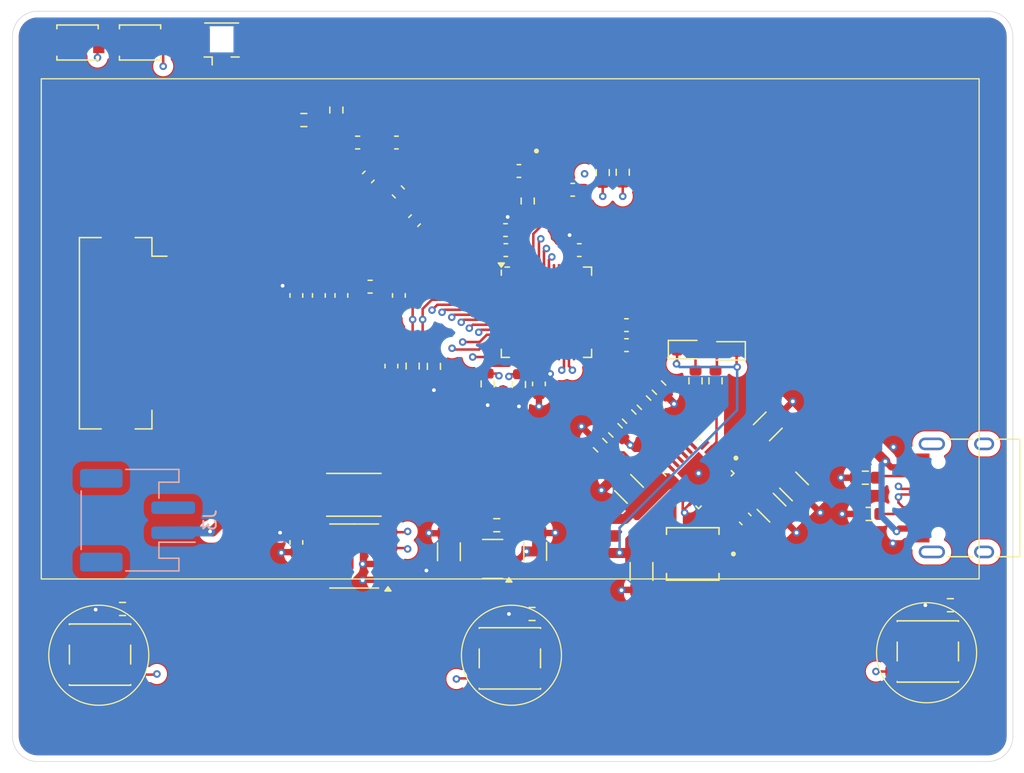
<source format=kicad_pcb>
(kicad_pcb (version 20240108) (generator "pcbnew") (generator_version "8.0")
  (layers (0 "F.Cu" signal) (1 "In1.Cu" signal) (2 "In2.Cu" signal) (31 "B.Cu" signal) (34 "B.Paste" user) (35 "F.Paste" user) (36 "B.SilkS" user "B.Silkscreen") (37 "F.SilkS" user "F.Silkscreen") (38 "B.Mask" user) (39 "F.Mask" user) (44 "Edge.Cuts" user))
  (net 0 "")
  (net 1 "GND")
  (net 2 "/WiFi/WIFI_ANTENNA_PCB")
  (net 3 "VSYS")
  (net 4 "3V3")
  (net 5 "/ESP_XTAL_IN")
  (net 6 "/ESP_XTAL_N")
  (net 7 "/ESP_VDD_3P3")
  (net 8 "VDD_SPI")
  (net 9 "ESP_LNA")
  (net 10 "/ESP_EN")
  (net 11 "/WiFi/WIFI_ANTENNA")
  (net 12 "/WiFi/WIFI_ANTENNA_F")
  (net 13 "VBAT")
  (net 14 "VBUS")
  (net 15 "Net-(C22--)")
  (net 16 "Net-(C22-+)")
  (net 17 "Net-(C24--)")
  (net 18 "Net-(C25--)")
  (net 19 "Net-(D1-Pad2)")
  (net 44 "Net-(J2-CC1)")
  (net 46 "USB_D-")
  (net 52 "Net-(J2-CC2)")
  (net 53 "USB_D+")
  (net 54 "VBAT_IN")
  (net 55 "/WiFi/WIFI_ANTENNA_EXT")
  (net 56 "Net-(U2-EN)")
  (net 57 "/ESP_XTAL_P")
  (net 58 "/ESP_IO0")
  (net 59 "/ESP_TDX0")
  (net 60 "/ESP_TX")
  (net 61 "/ESP_RDX0")
  (net 62 "/ESP_RX")
  (net 63 "Net-(U3-ICHG)")
  (net 64 "Net-(U3-ILIM)")
  (net 65 "Net-(U3-VSET)")
  (net 66 "Net-(U3-STAT)")
  (net 67 "Net-(U3-~{PG})")
  (net 69 "/ESP_IO45")
  (net 75 "/DC_POWER_FETGATE")
  (net 77 "/USBA_OUT_1_FETGATE")
  (net 84 "/USBA_OUT_2_FETGATE")
  (net 87 "DISPLAY_SCK")
  (net 89 "DISPLAY_CS")
  (net 90 "DISPLAY_RST")
  (net 92 "DISPLAY_DC")
  (net 95 "DISPLAY_SDA")
  (net 98 "DISPLAY_BLK")
  (net 105 "PMIC_USB_D-")
  (net 106 "PMIC_USB_D+")
  (net 107 "METER_SCL")
  (net 108 "METER_SDA")
  (net 109 "Net-(R14-Pad2)")
  (net 110 "Net-(R16-Pad2)")
  (net 111 "Net-(D2-Pad2)")
  (net 112 "Net-(R21-Pad2)")
  (net 113 "Net-(R22-Pad2)")
  (net 114 "Net-(R23-Pad2)")
  (net 115 "Net-(U1-GPIO7)")
  (net 116 "Net-(U1-GPIO8)")
  (net 117 "Net-(U1-GPIO9)")
  (footprint "Resistor_SMD:R_2512_6332Metric" (layer "F.Cu") (at 93.5 111.47 180)
    (property "Reference" "R3" (hide yes))
    (property "Value" "R025" (hide yes))
  )
  (footprint "Capacitor_SMD:C_0603_1608Metric" (layer "F.Cu") (at 90.7 95.525001 -90)
    (property "Reference" "C7" (hide yes))
    (property "Value" "1u" (hide yes))
  )
  (footprint "Capacitor_SMD:C_0603_1608Metric" (layer "F.Cu") (at 115.3 99.5)
    (property "Reference" "C14" (hide yes))
    (property "Value" "1u" (hide yes))
  )
  (footprint "Resistor_SMD:R_0603_1608Metric" (layer "F.Cu") (at 107.75 121)
    (property "Reference" "R23" (hide yes))
    (property "Value" "10k" (hide yes))
  )
  (footprint "Capacitor_SMD:C_1206_3216Metric" (layer "F.Cu") (at 126.6 106 45)
    (property "Reference" "C21" (hide yes))
    (property "Value" "1u" (hide yes))
  )
  (footprint "Capacitor_SMD:C_1206_3216Metric" (layer "F.Cu") (at 126.9 112.5 135)
    (property "Reference" "C24" (hide yes))
    (property "Value" "4u7" (hide yes))
  )
  (footprint "Capacitor_SMD:C_0603_1608Metric" (layer "F.Cu") (at 96.5 101.175 -90)
    (property "Reference" "C17" (hide yes))
    (property "Value" "10u" (hide yes))
  )
  (footprint "Package_TO_SOT_SMD:SOT-23-5" (layer "F.Cu") (at 104.6 116.6 180)
    (property "Reference" "U2" (hide yes))
    (property "Value" "AP2112K-3.3" (hide yes))
  )
  (footprint "Resistor_SMD:R_0603_1608Metric" (layer "F.Cu") (at 113.4 85.7 -90)
    (property "Reference" "R10" (hide yes))
    (property "Value" "0R" (hide yes))
  )
  (footprint "LED_SMD:LED_0603_1608Metric" (layer "F.Cu") (at 120.132471 99.858525)
    (property "Reference" "D1" (hide yes))
    (property "Value" "LED" (hide yes))
  )
  (footprint "Inductor_SMD:L_0603_1608Metric" (layer "F.Cu") (at 93.8 83.3)
    (property "Reference" "L4" (hide yes))
    (property "Value" "L" (hide yes))
  )
  (footprint "Resistor_SMD:R_0603_1608Metric" (layer "F.Cu") (at 134.4 110.1 180)
    (property "Reference" "R1" (hide yes))
    (property "Value" "5k1" (hide yes))
  )
  (footprint "Package_SO:SOIC-8_3.9x4.9mm_P1.27mm" (layer "F.Cu") (at 93.525 116.365 180)
    (property "Reference" "U4" (hide yes))
    (property "Value" "INA219AxD" (hide yes))
  )
  (footprint "Capacitor_SMD:C_1206_3216Metric" (layer "F.Cu") (at 116.5 117.6 90)
    (property "Reference" "C23" (hide yes))
    (property "Value" "20u" (hide yes))
  )
  (footprint "Capacitor_SMD:C_0603_1608Metric" (layer "F.Cu") (at 96.9 83.3)
    (property "Reference" "C19" (hide yes))
    (property "Value" "LNA" (hide yes))
  )
  (footprint "Button_Switch_SMD:SW_SPST_PTS647_Sx50" (layer "F.Cu") (at 73.2 124.25)
    (property "Reference" "SW4" (hide yes))
    (property "Value" "Boot")
  )
  (footprint "Library:ESPRESSIF_ESP32_MIFA_2.4GHz_Right" (layer "F.Cu") (at 92.25 78.625)
    (property "Reference" "AE1" (hide yes))
    (property "Value" "PCB antenna" (hide yes))
  )
  (footprint "Resistor_SMD:R_0603_1608Metric" (layer "F.Cu") (at 120.819972 102.358525 90)
    (property "Reference" "R20" (hide yes))
    (property "Value" "2k2" (hide yes))
  )
  (footprint "Capacitor_SMD:C_0603_1608Metric" (layer "F.Cu") (at 94.651992 86.048008 -135)
    (property "Reference" "C18" (hide yes))
    (property "Value" "LNA" (hide yes))
  )
  (footprint "Resistor_SMD:R_0603_1608Metric" (layer "F.Cu") (at 115 85.675 -90)
    (property "Reference" "R9" (hide yes))
    (property "Value" "0R" (hide yes))
  )
  (footprint "Resistor_SMD:R_0603_1608Metric" (layer "F.Cu") (at 141.2 120.3)
    (property "Reference" "R22" (hide yes))
    (property "Value" "10k" (hide yes))
  )
  (footprint "Resistor_SMD:R_0603_1608Metric" (layer "F.Cu") (at 98.2 101.175 -90)
    (property "Reference" "R11" (hide yes))
    (property "Value" "10k" (hide yes))
  )
  (footprint "Button_Switch_SMD:SW_SPST_B3U-1000P" (layer "F.Cu") (at 71.400003 75.3)
    (property "Reference" "SW1" (hide yes))
    (property "Value" "Boot" (hide yes))
  )
  (footprint "Capacitor_SMD:C_0603_1608Metric" (layer "F.Cu") (at 111.525 91.9)
    (property "Reference" "C15" (hide yes))
    (property "Value" "100n" (hide yes))
  )
  (footprint "Capacitor_SMD:C_0603_1608Metric" (layer "F.Cu") (at 111 87.075)
    (property "Reference" "C6" (hide yes))
    (property "Value" "10p" (hide yes))
  )
  (footprint "Connector_Coaxial:U.FL_Hirose_U.FL-R-SMT-1_Vertical" (layer "F.Cu") (at 82.925 75.575 90)
    (property "Reference" "J4" (hide yes))
    (property "Value" "External antenna" (hide yes))
  )
  (footprint "Inductor_SMD:L_0603_1608Metric" (layer "F.Cu") (at 97.051992 87.248009 135)
    (property "Reference" "L3" (hide yes))
    (property "Value" "L" (hide yes))
  )
  (footprint "Resistor_SMD:R_0603_1608Metric" (layer "F.Cu") (at 107.4 87.975 90)
    (property "Reference" "R5" (hide yes))
    (property "Value" "60" (hide yes))
  )
  (footprint "Capacitor_SMD:C_0603_1608Metric" (layer "F.Cu") (at 105.65 91.9 180)
    (property "Reference" "C9" (hide yes))
    (property "Value" "1u" (hide yes))
  )
  (footprint "Resistor_SMD:R_0603_1608Metric" (layer "F.Cu") (at 92.1 80.7 90)
    (property "Reference" "R13" (hide yes))
    (property "Value" "0R" (hide yes))
  )
  (footprint "Resistor_SMD:R_0603_1608Metric" (layer "F.Cu") (at 134.7 113 180)
    (property "Reference" "R2" (hide yes))
    (property "Value" "5k1" (hide yes))
  )
  (footprint "Resistor_SMD:R_0603_1608Metric" (layer "F.Cu") (at 106.7 102.65 90)
    (property "Reference" "R8" (hide yes))
    (property "Value" "2k7" (hide yes))
  )
  (footprint "Capacitor_SMD:C_1206_3216Metric" (layer "F.Cu") (at 108 116 90)
    (property "Reference" "C1" (hide yes))
    (property "Value" "10u" (hide yes))
  )
  (footprint "Capacitor_SMD:C_0603_1608Metric" (layer "F.Cu") (at 124.8 113.4 -45)
    (property "Reference" "C22" (hide yes))
    (property "Value" "47n" (hide yes))
  )
  (footprint "Capacitor_SMD:C_0603_1608Metric" (layer "F.Cu") (at 98.351992 89.548008 -135)
    (property "Reference" "C16" (hide yes))
    (property "Value" "LNA" (hide yes))
  )
  (footprint "Resistor_SMD:R_0603_1608Metric" (layer "F.Cu") (at 114.416637 106.316637 -45)
    (property "Reference" "R15" (hide yes))
    (property "Value" "27R" (hide yes))
  )
  (footprint "Resistor_SMD:R_0603_1608Metric" (layer "F.Cu") (at 116.697919 104.102082 135)
    (property "Reference" "R16" (hide yes))
    (property "Value" "1k" (hide yes))
  )
  (footprint "Button_Switch_SMD:SW_SPST_B3U-1000P" (layer "F.Cu") (at 76.4 75.3 180)
    (property "Reference" "SW2" (hide yes))
    (property "Value" "Reset" (hide yes))
  )
  (footprint "Resistor_SMD:R_0603_1608Metric" (layer "F.Cu") (at 89.5 81.5 180)
    (property "Reference" "R12" (hide yes))
    (property "Value" "0R" (hide yes))
  )
  (footprint "Resistor_SMD:R_0603_1608Metric" (layer "F.Cu") (at 117.9 102.9 -45)
    (property "Reference" "R17" (hide yes))
    (property "Value" "100R" (hide yes))
  )
  (footprint "Resistor_SMD:R_0603_1608Metric" (layer "F.Cu") (at 75 120.6)
    (property "Reference" "R21" (hide yes))
    (property "Value" "10k" (hide yes))
  )
  (footprint "Resistor_SMD:R_0603_1608Metric" (layer "F.Cu") (at 99.9 101.2 -90)
    (property "Reference" "R6" (hide yes))
    (property "Value" "10k" (hide yes))
  )
  (footprint "Capacitor_SMD:C_0603_1608Metric" (layer "F.Cu") (at 92.499999 95.525 -90)
    (property "Reference" "C5" (hide yes))
    (property "Value" "10u" (hide yes))
  )
  (footprint "Resistor_SMD:R_0603_1608Metric" (layer "F.Cu") (at 122.419972 102.358525 -90)
    (property "Reference" "R19" (hide yes))
    (property "Value" "2k2" (hide yes))
  )
  (footprint "Package_DFN_QFN:QFN-56-1EP_7x7mm_P0.4mm_EP4x4mm" (layer "F.Cu") (at 108.9 96.87)
    (property "Reference" "U1" (hide yes))
    (property "Value" "ESP32-S3" (hide yes))
  )
  (footprint "Capacitor_SMD:C_1206_3216Metric" (layer "F.Cu") (at 101.1 116.024999 90)
    (property "Reference" "C2" (hide yes))
    (property "Value" "10u" (hide yes))
  )
  (footprint "Capacitor_SMD:C_0603_1608Metric" (layer "F.Cu") (at 106.7 85.575 180)
    (property "Reference" "C4" (hide yes))
    (property "Value" "10p" (hide yes))
  )
  (footprint "Capacitor_SMD:C_1206_3216Metric" (layer "F.Cu") (at 115.5 111 135)
    (property "Reference" "C20" (hide yes))
    (property "Value" "10u" (hide yes))
  )
  (footprint "Capacitor_SMD:C_0603_1608Metric" (layer "F.Cu") (at 88.9 115.275 -90)
    (property "Reference" "C3" (hide yes))
    (property "Value" "100n" (hide yes))
  )
  (footprint "Resistor_SMD:R_0603_1608Metric" (layer "F.Cu") (at 104.925 113.9)
    (property "Reference" "R4" (hide yes))
    (property "Value" "0R" (hide yes))
  )
  (footprint "Connector_USB:USB_C_Receptacle_HRO_TYPE-C-31-M-12" (layer "F.Cu") (at 142.85 111.72 90)
    (property "Reference" "J2" (hide yes))
    (property "Value" "USB_C_Receptacle_USB2.0_16P" (hide yes))
  )
  (footprint "Capacitor_SMD:C_0603_1608Metric" (layer "F.Cu") (at 88.9 95.525 -90)
    (property "Reference" "C8" (hide yes))
    (property "Value" "100n" (hide yes))
  )
  (footprint "Inductor_SMD:L_0603_1608Metric" (layer "F.Cu") (at 94.8 94.825)
    (property "Reference" "L2" (hide yes))
    (property "Value" "2n" (hide yes))
  )
  (footprint "Library:OSC_XRCGB40M000F4M00R0" (layer "F.Cu") (at 109.45 84.974999)
    (property "Reference" "Y1" (hide yes))
    (property "Value" "Crystal_GND24" (hide yes))
  )
  (footprint "Capacitor_SMD:C_0603_1608Metric" (layer "F.Cu") (at 105.625 90.3 180)
    (property "Reference" "C11" (hide yes))
    (property "Value" "10u" (hide yes))
  )
  (footprint "Resistor_SMD:R_0603_1608Metric" (layer "F.Cu") (at 115.516637 105.216637 135)
    (property "Reference" "R14" (hide yes))
    (property "Value" "220R" (hide yes))
  )
  (footprint "Capacitor_SMD:C_0603_1608Metric" (layer "F.Cu") (at 108.3 102.6 -90)
    (property "Reference" "C12" (hide yes))
    (property "Value" "100n" (hide yes))
  )
  (footprint "Button_Switch_SMD:SW_SPST_PTS647_Sx50" (layer "F.Cu") (at 139.4 124)
    (property "Reference" "SW5" (hide yes))
    (property "Value" "Boot")
  )
  (footprint "Resistor_SMD:R_0603_1608Metric" (layer "F.Cu") (at 104.2 102.6 -90)
    (property "Reference" "R7" (hide yes))
    (property "Value" "2k7" (hide yes))
  )
  (footprint "Resistor_SMD:R_0603_1608Metric" (layer "F.Cu") (at 113.2 107.5 135)
    (property "Reference" "R18" (hide yes))
    (property "Value" "100k" (hide yes))
  )
  (footprint "LED_SMD:LED_0603_1608Metric" (layer "F.Cu") (at 123.319972 99.958525 180)
    (property "Reference" "D2" (hide yes))
    (property "Value" "LED" (hide yes))
  )
  (footprint "Capacitor_SMD:C_1206_3216Metric" (layer "F.Cu") (at 128.7 110.8 135)
    (property "Reference" "C25" (hide yes))
    (property "Value" "10u" (hide yes))
  )
  (footprint "Library:QFN50P400X400X100-25N" (layer "F.Cu") (at 121.065 109.75 -135)
    (property "Reference" "U3" (hide yes))
    (property "Value" "BQ25606RGER" (hide yes))
  )
  (footprint "Capacitor_SMD:C_0603_1608Metric" (layer "F.Cu") (at 97.1 95.525 -90)
    (property "Reference" "C10" (hide yes))
    (property "Value" "100n" (hide yes))
  )
  (footprint "Button_Switch_SMD:SW_SPST_PTS647_Sx50" (layer "F.Cu") (at 105.975 124.55)
    (property "Reference" "SW3" (hide yes))
    (property "Value" "Boot")
  )
  (footprint "Capacitor_SMD:C_0603_1608Metric" (layer "F.Cu") (at 115.3 97.9)
    (property "Reference" "C13" (hide yes))
    (property "Value" "100n" (hide yes))
  )
  (footprint "Library:IND_CSAB0420-2R2M" (layer "F.Cu") (at 120.6 116.2 180)
    (property "Reference" "L1" (hide yes))
    (property "Value" "1u" (hide yes))
  )
  (footprint "Connector_FFC-FPC:Hirose_FH12-24S-0.5SH_1x24-1MP_P0.50mm_Horizontal" (layer "F.Cu") (at 76.05 98.55 -90)
    (property "Reference" "J1" (hide yes))
    (property "Value" "ePaper Display" (hide yes))
  )
  (footprint "Connector_JST:JST_PH_S2B-PH-SM4-TB_1x02-1MP_P2.00mm_Horizontal" (layer "B.Cu") (at 76.2 113.5 90)
    (property "Reference" "J3")
    (property "Value" "Battery")
  )
  (gr_circle (center 139.3 124.1) (end 143.3 124.1) (stroke (width 0.1)) (fill none) (layer "F.SilkS"))
  (gr_circle (center 73.1 124.3) (end 77.1 124.3) (stroke (width 0.1)) (fill none) (layer "F.SilkS"))
  (gr_circle (center 106.1 124.3) (end 110.1 124.3) (stroke (width 0.1)) (fill none) (layer "F.SilkS"))
  (gr_rect (start 68.5 78.2) (end 143.5 118.2) (stroke (width 0.1)) (fill none) (layer "F.SilkS"))
  (gr_line (start 146.2 74.8) (end 146.2 130.8) (stroke (width 0.05)) (layer "Edge.Cuts"))
  (gr_arc (start 146.2 130.8) (mid 145.614214 132.214214) (end 144.2 132.8) (stroke (width 0.05)) (layer "Edge.Cuts"))
  (gr_line (start 66.2 130.8) (end 66.2 74.8) (stroke (width 0.05)) (layer "Edge.Cuts"))
  (gr_line (start 68.2 72.8) (end 144.2 72.8) (stroke (width 0.05)) (layer "Edge.Cuts"))
  (gr_arc (start 144.2 72.8) (mid 145.614214 73.385786) (end 146.2 74.8) (stroke (width 0.05)) (layer "Edge.Cuts"))
  (gr_arc (start 66.2 74.8) (mid 66.785786 73.385786) (end 68.2 72.8) (stroke (width 0.05)) (layer "Edge.Cuts"))
  (gr_line (start 144.2 132.8) (end 68.2 132.8) (stroke (width 0.05)) (layer "Edge.Cuts"))
  (gr_arc (start 68.2 132.8) (mid 66.785786 132.214214) (end 66.2 130.8) (stroke (width 0.05)) (layer "Edge.Cuts"))
  (segment (start 137.69 115.35) (end 136.6 115.35) (width 0.5) (layer "F.Cu") (net 1))
  (segment (start 120.547865 112.002135) (end 119.95 112.6) (width 0.2) (layer "F.Cu") (net 1))
  (segment (start 108 114.524999) (end 109.575001 114.524999) (width 0.5) (layer "F.Cu") (net 1))
  (segment (start 114.442983 109.957017) (end 113.3 111.1) (width 0.8) (layer "F.Cu") (net 1))
  (segment (start 109.575001 114.524999) (end 109.6 114.5) (width 0.5) (layer "F.Cu") (net 1))
  (segment (start 118.483363 103.583363) (end 119.1 104.2) (width 0.5) (layer "F.Cu") (net 1))
  (segment (start 96 118.27) (end 94.23 118.27) (width 0.5) (layer "F.Cu") (net 1))
  (segment (start 114.924999 119.075001) (end 114.9 119.1) (width 0.5) (layer "F.Cu") (net 1))
  (segment (start 101.1 114.549998) (end 99.524999 114.549998) (width 0.5) (layer "F.Cu") (net 1))
  (segment (start 94.23 118.27) (end 94.2 118.3) (width 0.5) (layer "F.Cu") (net 1))
  (segment (start 127.942983 113.542983) (end 128.9 114.5) (width 0.5) (layer "F.Cu") (net 1))
  (segment (start 118.483363 103.483363) (end 118.483363 103.583363) (width 0.5) (layer "F.Cu") (net 1))
  (segment (start 105.7375 116.6) (end 106.7 116.6) (width 0.5) (layer "F.Cu") (net 1))
  (segment (start 133.575 110.1) (end 132.45 110.1) (width 0.5) (layer "F.Cu") (net 1))
  (segment (start 137.47 108.47) (end 136.65 107.65) (width 0.5) (layer "F.Cu") (net 1))
  (segment (start 127.642983 104.957017) (end 128.6 104) (width 0.5) (layer "F.Cu") (net 1))
  (segment (start 108.3 103.375) (end 108.3 104.4) (width 0.2) (layer "F.Cu") (net 1))
  (segment (start 138.07 114.97) (end 137.69 115.35) (width 0.5) (layer "F.Cu") (net 1))
  (segment (start 120.580632 112.002135) (end 120.547865 112.002135) (width 0.2) (layer "F.Cu") (net 1))
  (segment (start 116.5 119.075001) (end 114.924999 119.075001) (width 0.5) (layer "F.Cu") (net 1))
  (segment (start 114.457017 109.957017) (end 114.442983 109.957017) (width 0.8) (layer "F.Cu") (net 1))
  (segment (start 96 117) (end 94.2 117) (width 0.5) (layer "F.Cu") (net 1))
  (segment (start 120.201418 111.648582) (end 119.8 112.05) (width 0.2) (layer "F.Cu") (net 1))
  (segment (start 106.7 116.6) (end 107.3 116) (width 0.5) (layer "F.Cu") (net 1))
  (segment (start 119.8 112.75) (end 119.95 112.9) (width 0.2) (layer "F.Cu") (net 1))
  (segment (start 119.8 112.05) (end 119.8 112.75) (width 0.2) (layer "F.Cu") (net 1))
  (segment (start 119.95 112.6) (end 119.95 112.9) (width 0.2) (layer "F.Cu") (net 1))
  (segment (start 88.9 116.05) (end 87.75 116.05) (width 0.5) (layer "F.Cu") (net 1))
  (segment (start 112.616637 106.916637) (end 111.7 106) (width 0.5) (layer "F.Cu") (net 1))
  (segment (start 99.524999 114.549998) (end 99.5 114.524999) (width 0.5) (layer "F.Cu") (net 1))
  (segment (start 87.75 116.05) (end 87.7 116.1) (width 0.5) (layer "F.Cu") (net 1))
  (segment (start 138.805 108.47) (end 137.47 108.47) (width 0.5) (layer "F.Cu") (net 1))
  (segment (start 129.742983 111.842983) (end 130.8 112.9) (width 0.5) (layer "F.Cu") (net 1))
  (segment (start 120.227078 111.648582) (end 120.201418 111.648582) (width 0.2) (layer "F.Cu") (net 1))
  (segment (start 138.805 114.97) (end 138.07 114.97) (width 0.5) (layer "F.Cu") (net 1))
  (segment (start 133.875 113) (end 132.55 113) (width 0.5) (layer "F.Cu") (net 1))
  (segment (start 115 106.9) (end 115.6 107.5) (width 0.5) (layer "F.Cu") (net 1))
  (via (at 132.55 113) (size 0.6) (drill 0.3) (layers "F.Cu" "B.Cu") (net 1))
  (via (at 108.3 104.4) (size 0.6) (drill 0.3) (layers "F.Cu" "B.Cu") (net 1))
  (via (at 109.6 114.5) (size 0.6) (drill 0.3) (layers "F.Cu" "B.Cu") (net 1))
  (via (at 99.5 114.524999) (size 0.6) (drill 0.3) (layers "F.Cu" "B.Cu") (net 1))
  (via (at 94.2 117) (size 0.6) (drill 0.3) (layers "F.Cu" "B.Cu") (net 1))
  (via (at 121.065 109.75) (size 0.6) (drill 0.3) (layers "F.Cu" "B.Cu") (net 1))
  (via (at 136.6 115.35) (size 0.6) (drill 0.3) (layers "F.Cu" "B.Cu") (net 1))
  (via (at 111.7 106) (size 0.6) (drill 0.3) (layers "F.Cu" "B.Cu") (net 1))
  (via (at 130.8 112.9) (size 0.6) (drill 0.3) (layers "F.Cu" "B.Cu") (net 1))
  (via (at 128.6 104) (size 0.6) (drill 0.3) (layers "F.Cu" "B.Cu") (net 1))
  (via (at 113.3 111.1) (size 0.6) (drill 0.3) (layers "F.Cu" "B.Cu") (net 1))
  (via (at 94.2 118.3) (size 0.6) (drill 0.3) (layers "F.Cu" "B.Cu") (net 1))
  (via (at 136.65 107.65) (size 0.6) (drill 0.3) (layers "F.Cu" "B.Cu") (net 1))
  (via (at 119.95 112.9) (size 0.6) (drill 0.3) (layers "F.Cu" "B.Cu") (net 1))
  (via (at 128.9 114.5) (size 0.6) (drill 0.3) (layers "F.Cu" "B.Cu") (net 1))
  (via (at 119.1 104.2) (size 0.6) (drill 0.3) (layers "F.Cu" "B.Cu") (net 1))
  (via (at 107.3 116) (size 0.6) (drill 0.3) (layers "F.Cu" "B.Cu") (net 1))
  (via (at 114.9 119.1) (size 0.6) (drill 0.3) (layers "F.Cu" "B.Cu") (net 1))
  (via (at 115.6 107.5) (size 0.6) (drill 0.3) (layers "F.Cu" "B.Cu") (net 1))
  (via (at 87.7 116.1) (size 0.6) (drill 0.3) (layers "F.Cu" "B.Cu") (net 1))
  (via (at 132.45 110.1) (size 0.6) (drill 0.3) (layers "F.Cu" "B.Cu") (net 1))
  (segment (start 108 117.475001) (end 112.324999 117.475001) (width 0.8) (layer "F.Cu") (net 3))
  (segment (start 104.6 114.4) (end 104.6 117.3) (width 0.2) (layer "F.Cu") (net 3))
  (segment (start 104.849999 117.549999) (end 105.7375 117.549999) (width 0.2) (layer "F.Cu") (net 3))
  (segment (start 113.675001 116.124999) (end 116.5 116.124999) (width 0.8) (layer "F.Cu") (net 3))
  (segment (start 105.7375 117.549999) (end 107.925002 117.549999) (width 0.5) (layer "F.Cu") (net 3))
  (segment (start 104.1 113.9) (end 104.6 114.4) (width 0.2) (layer "F.Cu") (net 3))
  (segment (start 107.925002 117.549999) (end 108 117.475001) (width 0.5) (layer "F.Cu") (net 3))
  (segment (start 124.107473 99.958525) (end 124.107473 101.207473) (width 0.2) (layer "F.Cu") (net 3))
  (segment (start 112.324999 117.475001) (end 113.675001 116.124999) (width 0.8) (layer "F.Cu") (net 3))
  (segment (start 119.34497 99.858525) (end 119.34497 100.95503) (width 0.2) (layer "F.Cu") (net 3))
  (segment (start 119.34497 100.95503) (end 119.3 101) (width 0.2) (layer "F.Cu") (net 3))
  (segment (start 124.107473 101.207473) (end 124.15 101.25) (width 0.2) (layer "F.Cu") (net 3))
  (segment (start 104.6 117.3) (end 104.849999 117.549999) (width 0.2) (layer "F.Cu") (net 3))
  (via (at 124.15 101.25) (size 0.6) (drill 0.3) (layers "F.Cu" "B.Cu") (net 3))
  (via (at 119.3 101) (size 0.6) (drill 0.3) (layers "F.Cu" "B.Cu") (net 3))
  (via (at 114.75 116.1) (size 0.6) (drill 0.3) (layers "F.Cu" "B.Cu") (net 3))
  (segment (start 124.15 101.25) (end 124.15 104.7) (width 0.2) (layer "B.Cu") (net 3))
  (segment (start 124.15 104.7) (end 114.75 114.1) (width 0.2) (layer "B.Cu") (net 3))
  (segment (start 124.15 101.25) (end 119.55 101.25) (width 0.2) (layer "B.Cu") (net 3))
  (segment (start 119.55 101.25) (end 119.3 101) (width 0.2) (layer "B.Cu") (net 3))
  (segment (start 114.75 114.1) (end 114.75 116.1) (width 0.2) (layer "B.Cu") (net 3))
  (segment (start 106.4 89.85) (end 105.8 89.25) (width 0.5) (layer "F.Cu") (net 4))
  (segment (start 99.875 102) (end 99.9 102.025) (width 0.5) (layer "F.Cu") (net 4))
  (segment (start 103.4625 117.549999) (end 101.149999 117.549999) (width 0.5) (layer "F.Cu") (net 4))
  (segment (start 106.4 91.875) (end 106.425 91.9) (width 0.5) (layer "F.Cu") (net 4))
  (segment (start 72.9 120.6) (end 72.85 120.65) (width 0.2) (layer "F.Cu") (net 4))
  (segment (start 106.7 103.425) (end 106.7 104.4) (width 0.2) (layer "F.Cu") (net 4))
  (segment (start 110.75 92.45) (end 110.75 91.9) (width 0.2) (layer "F.Cu") (net 4))
  (segment (start 90.699999 94.75) (end 90.7 94.750001) (width 0.5) (layer "F.Cu") (net 4))
  (segment (start 93.9375 94.750001) (end 94.012499 94.825) (width 0.5) (layer "F.Cu") (net 4))
  (segment (start 99.324999 117.5) (end 99.3 117.524999) (width 0.5) (layer "F.Cu") (net 4))
  (segment (start 101.149999 117.549999) (end 101.1 117.5) (width 0.5) (layer "F.Cu") (net 4))
  (segment (start 140.375 120.3) (end 139.2 120.3) (width 0.2) (layer "F.Cu") (net 4))
  (segment (start 99.9 102.025) (end 99.9 103.1) (width 0.2) (layer "F.Cu") (net 4))
  (segment (start 110.3 93.42) (end 110.3 92.9) (width 0.2) (layer "F.Cu") (net 4))
  (segment (start 108.3 101.825) (end 108.3 100.319999) (width 0.2) (layer "F.Cu") (net 4))
  (segment (start 106.925 121) (end 105.9 121) (width 0.2) (layer "F.Cu") (net 4))
  (segment (start 90.7 94.750001) (end 93.9375 94.750001) (width 0.5) (layer "F.Cu") (net 4))
  (segment (start 88.9 94.75) (end 87.8 94.75) (width 0.5) (layer "F.Cu") (net 4))
  (segment (start 104.2 103.425) (end 104.2 104.3) (width 0.2) (layer "F.Cu") (net 4))
  (segment (start 109.175 101.825) (end 109.2 101.8) (width 0.2) (layer "F.Cu") (net 4))
  (segment (start 88.9 94.75) (end 90.699999 94.75) (width 0.5) (layer "F.Cu") (net 4))
  (segment (start 108.3 101.825) (end 109.175 101.825) (width 0.2) (layer "F.Cu") (net 4))
  (segment (start 110.3 92.9) (end 110.75 92.45) (width 0.2) (layer "F.Cu") (net 4))
  (segment (start 88.9 114.5) (end 87.6 114.5) (width 0.5) (layer "F.Cu") (net 4))
  (segment (start 91.05 114.46) (end 88.94 114.46) (width 0.5) (layer "F.Cu") (net 4))
  (segment (start 74.175 120.6) (end 72.9 120.6) (width 0.2) (layer "F.Cu") (net 4))
  (segment (start 110.75 91.9) (end 110.75 90.7) (width 0.5) (layer "F.Cu") (net 4))
  (segment (start 101.1 117.5) (end 99.324999 117.5) (width 0.5) (layer "F.Cu") (net 4))
  (segment (start 106.3 92.025) (end 106.425 91.9) (width 0.2) (layer "F.Cu") (net 4))
  (segment (start 98.2 102) (end 99.875 102) (width 0.5) (layer "F.Cu") (net 4))
  (segment (start 88.94 114.46) (end 88.9 114.5) (width 0.5) (layer "F.Cu") (net 4))
  (segment (start 106.4 90.3) (end 106.4 91.875) (width 0.5) (layer "F.Cu") (net 4))
  (segment (start 106.3 93.42) (end 106.3 92.025) (width 0.2) (layer "F.Cu") (net 4))
  (segment (start 106.4 90.3) (end 106.4 89.85) (width 0.5) (layer "F.Cu") (net 4))
  (via (at 106.7 104.4) (size 0.6) (drill 0.3) (layers "F.Cu" "B.Cu") (net 4))
  (via (at 99.9 103.1) (size 0.6) (drill 0.3) (layers "F.Cu" "B.Cu") (net 4))
  (via (at 87.8 94.75) (size 0.6) (drill 0.3) (layers "F.Cu" "B.Cu") (net 4))
  (via (at 105.9 121) (size 0.6) (drill 0.3) (layers "F.Cu" "B.Cu") (net 4))
  (via (at 139.2 120.3) (size 0.6) (drill 0.3) (layers "F.Cu" "B.Cu") (net 4))
  (via (at 104.2 104.3) (size 0.6) (drill 0.3) (layers "F.Cu" "B.Cu") (net 4))
  (via (at 109.2 101.8) (size 0.6) (drill 0.3) (layers "F.Cu" "B.Cu") (net 4))
  (via (at 110.75 90.7) (size 0.6) (drill 0.3) (layers "F.Cu" "B.Cu") (net 4))
  (via (at 87.6 114.5) (size 0.6) (drill 0.3) (layers "F.Cu" "B.Cu") (net 4))
  (via (at 72.85 120.65) (size 0.6) (drill 0.3) (layers "F.Cu" "B.Cu") (net 4))
  (via (at 105.8 89.25) (size 0.6) (drill 0.3) (layers "F.Cu" "B.Cu") (net 4))
  (via (at 99.3 117.524999) (size 0.6) (drill 0.3) (layers "F.Cu" "B.Cu") (net 4))
  (segment (start 108.950001 84.299999) (end 107.900001 84.299999) (width 0.2) (layer "F.Cu") (net 5))
  (segment (start 107.475 84.725) (end 107.475 85.575) (width 0.2) (layer "F.Cu") (net 5))
  (segment (start 107.900001 84.299999) (end 107.475 84.725) (width 0.2) (layer "F.Cu") (net 5))
  (segment (start 107.475 87.075) (end 107.4 87.15) (width 0.2) (layer "F.Cu") (net 5))
  (segment (start 107.475 85.575) (end 107.475 87.075) (width 0.2) (layer "F.Cu") (net 5))
  (segment (start 110.225 88.225) (end 110.225 87.075) (width 0.2) (layer "F.Cu") (net 6))
  (segment (start 107.85 90.6) (end 110.225 88.225) (width 0.2) (layer "F.Cu") (net 6))
  (segment (start 107.85 92.415686) (end 107.85 90.6) (width 0.2) (layer "F.Cu") (net 6))
  (segment (start 107.5 93.42) (end 107.5 92.765686) (width 0.2) (layer "F.Cu") (net 6))
  (segment (start 107.5 92.765686) (end 107.85 92.415686) (width 0.2) (layer "F.Cu") (net 6))
  (segment (start 110.225 87.075) (end 110.225 86.325) (width 0.2) (layer "F.Cu") (net 6))
  (segment (start 110.225 86.325) (end 109.949999 86.049999) (width 0.2) (layer "F.Cu") (net 6))
  (segment (start 109.949999 86.049999) (end 109.949999 85.649999) (width 0.2) (layer "F.Cu") (net 6))
  (segment (start 105.450001 94.67) (end 104.23 94.67) (width 0.2) (layer "F.Cu") (net 7))
  (segment (start 95.662501 94.75) (end 95.587501 94.825) (width 0.5) (layer "F.Cu") (net 7))
  (segment (start 105.45 95.07) (end 104.57 95.07) (width 0.2) (layer "F.Cu") (net 7))
  (segment (start 102.75 94.7) (end 97.15 94.7) (width 0.5) (layer "F.Cu") (net 7))
  (segment (start 97.15 94.7) (end 97.1 94.75) (width 0.5) (layer "F.Cu") (net 7))
  (segment (start 104.57 95.07) (end 104.2 94.7) (width 0.2) (layer "F.Cu") (net 7))
  (segment (start 104.2 94.7) (end 102.75 94.7) (width 0.35) (layer "F.Cu") (net 7))
  (segment (start 104.23 94.67) (end 104.2 94.7) (width 0.2) (layer "F.Cu") (net 7))
  (segment (start 97.1 94.75) (end 95.662501 94.75) (width 0.5) (layer "F.Cu") (net 7))
  (segment (start 114.525 97.9) (end 114.525 99.5) (width 0.2) (layer "F.Cu") (net 8))
  (segment (start 114.525 99.5) (end 112.38 99.5) (width 0.2) (layer "F.Cu") (net 8))
  (segment (start 112.38 99.5) (end 112.35 99.47) (width 0.2) (layer "F.Cu") (net 8))
  (segment (start 104 94.1) (end 104.125 94.225) (width 0.2) (layer "F.Cu") (net 9))
  (segment (start 103.25 93.35) (end 98.9 89) (width 0.5) (layer "F.Cu") (net 9))
  (segment (start 98.9 89) (end 98.803983 89) (width 0.5) (layer "F.Cu") (net 9))
  (segment (start 104 94.1) (end 103.25 93.35) (width 0.35) (layer "F.Cu") (net 9))
  (segment (start 104.125 94.225) (end 105.405 94.225) (width 0.2) (layer "F.Cu") (net 9))
  (segment (start 105.405 94.225) (end 105.45 94.27) (width 0.2) (layer "F.Cu") (net 9))
  (segment (start 98.803983 89) (end 97.608839 87.804856) (width 0.5) (layer "F.Cu") (net 9))
  (segment (start 78.25 75.449999) (end 78.100001 75.3) (width 0.2) (layer "F.Cu") (net 10))
  (segment (start 99.23 95.47) (end 98.2 96.5) (width 0.2) (layer "F.Cu") (net 10))
  (segment (start 78.25 77.2) (end 78.25 75.449999) (width 0.2) (layer "F.Cu") (net 10))
  (segment (start 105.45 95.47) (end 99.23 95.47) (width 0.2) (layer "F.Cu") (net 10))
  (segment (start 98.2 100.35) (end 96.55 100.35) (width 0.2) (layer "F.Cu") (net 10))
  (segment (start 98.2 96.5) (end 98.2 100.35) (width 0.2) (layer "F.Cu") (net 10))
  (segment (start 96.55 100.35) (end 96.5 100.4) (width 0.2) (layer "F.Cu") (net 10))
  (via (at 98.2 97.45) (size 0.6) (drill 0.3) (layers "F.Cu" "B.Cu") (net 10))
  (via (at 78.25 77.2) (size 0.6) (drill 0.3) (layers "F.Cu" "B.Cu") (net 10))
  (segment (start 90.35 81.525) (end 90.325 81.5) (width 0.5) (layer "F.Cu") (net 11))
  (segment (start 92.1 81.525) (end 90.35 81.525) (width 0.5) (layer "F.Cu") (net 11))
  (segment (start 95.2 85.5) (end 95.2 85.487501) (width 0.5) (layer "F.Cu") (net 11))
  (segment (start 95.2 85.487501) (end 93.012499 83.3) (width 0.5) (layer "F.Cu") (net 11))
  (segment (start 96.391162 86.691162) (end 95.2 85.5) (width 0.5) (layer "F.Cu") (net 11))
  (segment (start 92.1 82.387501) (end 92.1 81.525) (width 0.5) (layer "F.Cu") (net 11))
  (segment (start 93.012499 83.3) (end 92.1 82.387501) (width 0.5) (layer "F.Cu") (net 11))
  (segment (start 96.495145 86.691162) (end 96.391162 86.691162) (width 0.5) (layer "F.Cu") (net 11))
  (segment (start 112.8 113.4) (end 115.185966 113.4) (width 0.8) (layer "F.Cu") (net 13))
  (segment (start 110.87 111.47) (end 112.8 113.4) (width 0.8) (layer "F.Cu") (net 13))
  (segment (start 96.4625 111.47) (end 110.87 111.47) (width 0.8) (layer "F.Cu") (net 13))
  (segment (start 91.05 118.27) (end 92.33 118.27) (width 0.35) (layer "F.Cu") (net 13))
  (segment (start 93.3 112.2) (end 94.03 111.47) (width 0.35) (layer "F.Cu") (net 13))
  (segment (start 92.33 118.27) (end 93.3 117.3) (width 0.35) (layer "F.Cu") (net 13))
  (segment (start 93.3 117.3) (end 93.3 112.2) (width 0.35) (layer "F.Cu") (net 13))
  (segment (start 94.03 111.47) (end 96.4625 111.47) (width 0.35) (layer "F.Cu") (net 13))
  (segment (start 115.185966 113.4) (end 116.542983 112.042983) (width 0.8) (layer "F.Cu") (net 13))
  (segment (start 138.805 109.269999) (end 136.469999 109.269999) (width 0.5) (layer "F.Cu") (net 14))
  (segment (start 138.805 114.170001) (end 137.129999 114.170001) (width 0.5) (layer "F.Cu") (net 14))
  (segment (start 126.014034 107.5) (end 125.557017 107.042983) (width 0.8) (layer "F.Cu") (net 14))
  (segment (start 134.7 107.5) (end 126.014034 107.5) (width 0.8) (layer "F.Cu") (net 14))
  (segment (start 136 108.8) (end 134.7 107.5) (width 0.8) (layer "F.Cu") (net 14))
  (segment (start 137.129999 114.170001) (end 136.9 114.4) (width 0.5) (layer "F.Cu") (net 14))
  (segment (start 136.469999 109.269999) (end 136 108.8) (width 0.5) (layer "F.Cu") (net 14))
  (via (at 136.9 114.4) (size 0.6) (drill 0.3) (layers "F.Cu" "B.Cu") (net 14))
  (via (at 136 108.8) (size 0.6) (drill 0.3) (layers "F.Cu" "B.Cu") (net 14))
  (segment (start 135.7 109.1) (end 135.7 113.2) (width 0.5) (layer "B.Cu") (net 14))
  (segment (start 136 108.8) (end 135.7 109.1) (width 0.5) (layer "B.Cu") (net 14))
  (segment (start 135.7 113.2) (end 136.9 114.4) (width 0.5) (layer "B.Cu") (net 14))
  (segment (start 123.311447 112.35) (end 123.75 112.35) (width 0.2) (layer "F.Cu") (net 16))
  (segment (start 123.75 112.35) (end 124.251992 112.851992) (width 0.2) (layer "F.Cu") (net 16))
  (segment (start 122.256475 111.295028) (end 123.311447 112.35) (width 0.2) (layer "F.Cu") (net 16))
  (segment (start 122.610028 110.941475) (end 123.318553 111.65) (width 0.2) (layer "F.Cu") (net 17))
  (segment (start 123.318553 111.65) (end 125.664034 111.65) (width 0.2) (layer "F.Cu") (net 17))
  (segment (start 125.664034 111.65) (end 125.857017 111.457017) (width 0.2) (layer "F.Cu") (net 17))
  (segment (start 126.15 109.35) (end 127.25 109.35) (width 0.2) (layer "F.Cu") (net 18))
  (segment (start 124.4 111.1) (end 126.15 109.35) (width 0.2) (layer "F.Cu") (net 18))
  (segment (start 123.47566 111.1) (end 124.4 111.1) (width 0.2) (layer "F.Cu") (net 18))
  (segment (start 122.963582 110.587922) (end 123.47566 111.1) (width 0.2) (layer "F.Cu") (net 18))
  (segment (start 127.25 109.35) (end 127.657017 109.757017) (width 0.2) (layer "F.Cu") (net 18))
  (segment (start 120.819972 101.533525) (end 120.819972 99.958525) (width 0.2) (layer "F.Cu") (net 19))
  (segment (start 120.819972 99.958525) (end 120.919972 99.858525) (width 0.2) (layer "F.Cu") (net 19))
  (segment (start 135.525 113) (end 138.775001 113) (width 0.2) (layer "F.Cu") (net 44))
  (segment (start 138.775001 113) (end 138.805001 112.97) (width 0.2) (layer "F.Cu") (net 44))
  (segment (start 138.805 112.47) (end 137.42 112.47) (width 0.2) (layer "F.Cu") (net 46))
  (segment (start 110.3 101.375) (end 110.175 101.5) (width 0.2) (layer "F.Cu") (net 46))
  (segment (start 138.805 111.47) (end 138.780001 111.445001) (width 0.2) (layer "F.Cu") (net 46))
  (segment (start 110.3 100.32) (end 110.3 101.375) (width 0.2) (layer "F.Cu") (net 46))
  (segment (start 137.42 112.47) (end 137.05 112.1) (width 0.2) (layer "F.Cu") (net 46))
  (segment (start 137.249999 111.445001) (end 137.05 111.645) (width 0.2) (layer "F.Cu") (net 46))
  (segment (start 138.780001 111.445001) (end 137.249999 111.445001) (width 0.2) (layer "F.Cu") (net 46))
  (segment (start 137.05 112.1) (end 137.05 111.645) (width 0.2) (layer "F.Cu") (net 46))
  (via (at 137.05 111.645) (size 0.6) (drill 0.3) (layers "F.Cu" "B.Cu") (net 46))
  (via (at 110.124959 101.502899) (size 0.6) (drill 0.3) (layers "F.Cu" "B.Cu") (net 46))
  (segment (start 135.355 109.97) (end 138.805 109.97) (width 0.2) (layer "F.Cu") (net 52))
  (segment (start 135.225 110.1) (end 135.355 109.97) (width 0.2) (layer "F.Cu") (net 52))
  (segment (start 140.22 110.97) (end 138.805 110.97) (width 0.2) (layer "F.Cu") (net 53))
  (segment (start 138.805 110.97) (end 138.780001 110.994999) (width 0.2) (layer "F.Cu") (net 53))
  (segment (start 140.33 111.97) (end 140.45 111.85) (width 0.2) (layer "F.Cu") (net 53))
  (segment (start 110.7 100.32) (end 110.7 101.175) (width 0.2) (layer "F.Cu") (net 53))
  (segment (start 138.780001 110.994999) (end 137.249999 110.994999) (width 0.2) (layer "F.Cu") (net 53))
  (segment (start 138.805 111.97) (end 140.33 111.97) (width 0.2) (layer "F.Cu") (net 53))
  (segment (start 137.249999 110.994999) (end 137.05 110.795) (width 0.2) (layer "F.Cu") (net 53))
  (segment (start 140.45 111.85) (end 140.45 111.2) (width 0.2) (layer "F.Cu") (net 53))
  (segment (start 110.7 101.175) (end 111.025 101.5) (width 0.2) (layer "F.Cu") (net 53))
  (segment (start 140.45 111.2) (end 140.22 110.97) (width 0.2) (layer "F.Cu") (net 53))
  (via (at 110.974959 101.502899) (size 0.6) (drill 0.3) (layers "F.Cu" "B.Cu") (net 53))
  (via (at 137.05 110.795) (size 0.6) (drill 0.3) (layers "F.Cu" "B.Cu") (net 53))
  (segment (start 84.8 111.8) (end 82.2 114.4) (width 0.8) (layer "F.Cu") (net 54))
  (segment (start 85.13 111.47) (end 84.8 111.8) (width 0.8) (layer "F.Cu") (net 54))
  (segment (start 90.5375 111.47) (end 85.13 111.47) (width 0.8) (layer "F.Cu") (net 54))
  (segment (start 82.2 114.4) (end 82 114.4) (width 0.8) (layer "F.Cu") (net 54))
  (segment (start 92.5 111.8) (end 92.5 116.7) (width 0.35) (layer "F.Cu") (net 54))
  (segment (start 90.5375 111.47) (end 92.17 111.47) (width 0.35) (layer "F.Cu") (net 54))
  (segment (start 92.17 111.47) (end 92.5 111.8) (width 0.35) (layer "F.Cu") (net 54))
  (segment (start 92.5 116.7) (end 92.2 117) (width 0.35) (layer "F.Cu") (net 54))
  (segment (start 92.2 117) (end 91.05 117) (width 0.35) (layer "F.Cu") (net 54))
  (via (at 82 114.4) (size 0.6) (drill 0.3) (layers "F.Cu" "B.Cu") (net 54))
  (segment (start 82 114.4) (end 79.15 114.4) (width 0.8) (layer "B.Cu") (net 54))
  (segment (start 79.15 114.4) (end 79.05 114.5) (width 0.8) (layer "B.Cu") (net 54))
  (segment (start 88.675 81.5) (end 85.65 81.5) (width 0.5) (layer "F.Cu") (net 55))
  (segment (start 85.65 81.5) (end 82.925 78.775) (width 0.5) (layer "F.Cu") (net 55))
  (segment (start 82.925 78.775) (end 82.925 76.625) (width 0.5) (layer "F.Cu") (net 55))
  (segment (start 105.7375 115.650001) (end 105.7375 113.9125) (width 0.5) (layer "F.Cu") (net 56))
  (segment (start 105.7375 113.9125) (end 105.75 113.9) (width 0.5) (layer "F.Cu") (net 56))
  (segment (start 107.4 88.8) (end 107.4 92.3) (width 0.2) (layer "F.Cu") (net 57))
  (segment (start 107.1 92.6) (end 107.1 93.42) (width 0.2) (layer "F.Cu") (net 57))
  (segment (start 107.4 92.3) (end 107.1 92.6) (width 0.2) (layer "F.Cu") (net 57))
  (segment (start 105.45 95.87) (end 99.73 95.87) (width 0.2) (layer "F.Cu") (net 58))
  (segment (start 99 98.95) (end 99.9 99.85) (width 0.2) (layer "F.Cu") (net 58))
  (segment (start 73 75.400004) (end 73.100004 75.3) (width 0.2) (layer "F.Cu") (net 58))
  (segment (start 73 76.5) (end 73 75.400004) (width 0.2) (layer "F.Cu") (net 58))
  (segment (start 99.73 95.87) (end 99 96.6) (width 0.2) (layer "F.Cu") (net 58))
  (segment (start 99 96.6) (end 99 98.95) (width 0.2) (layer "F.Cu") (net 58))
  (segment (start 99.9 99.85) (end 99.9 100.375) (width 0.2) (layer "F.Cu") (net 58))
  (via (at 73 76.5) (size 0.6) (drill 0.3) (layers "F.Cu" "B.Cu") (net 58))
  (via (at 99 97.45) (size 0.6) (drill 0.3) (layers "F.Cu" "B.Cu") (net 58))
  (segment (start 115 86.5) (end 115 87.6) (width 0.2) (layer "F.Cu") (net 59))
  (segment (start 109.1 92.677699) (end 109.330262 92.447437) (width 0.2) (layer "F.Cu") (net 59))
  (segment (start 109.1 93.42) (end 109.1 92.677699) (width 0.2) (layer "F.Cu") (net 59))
  (via (at 115 87.6) (size 0.6) (drill 0.3) (layers "F.Cu" "B.Cu") (net 59))
  (via (at 109.330262 92.447437) (size 0.6) (drill 0.3) (layers "F.Cu" "B.Cu") (net 59))
  (segment (start 108.7 91.972991) (end 108.9 91.772991) (width 0.2) (layer "F.Cu") (net 61))
  (segment (start 108.7 93.42) (end 108.7 91.972991) (width 0.2) (layer "F.Cu") (net 61))
  (segment (start 113.4 86.525) (end 113.4 87.6) (width 0.2) (layer "F.Cu") (net 61))
  (via (at 113.4 87.6) (size 0.6) (drill 0.3) (layers "F.Cu" "B.Cu") (net 61))
  (via (at 108.9 91.772991) (size 0.6) (drill 0.3) (layers "F.Cu" "B.Cu") (net 61))
  (segment (start 118.261447 107.3) (end 119.519972 108.558525) (width 0.2) (layer "F.Cu") (net 63))
  (segment (start 116.1 105.8) (end 117.6 107.3) (width 0.2) (layer "F.Cu") (net 63))
  (segment (start 117.6 107.3) (end 118.261447 107.3) (width 0.2) (layer "F.Cu") (net 63))
  (segment (start 118.6 106.22434) (end 120.227078 107.851418) (width 0.2) (layer "F.Cu") (net 64))
  (segment (start 117.281282 104.685445) (end 118.6 106.004163) (width 0.2) (layer "F.Cu") (net 64))
  (segment (start 118.6 106.004163) (end 118.6 106.22434) (width 0.2) (layer "F.Cu") (net 64))
  (segment (start 115.083363 108.083363) (end 113.783363 108.083363) (width 0.2) (layer "F.Cu") (net 65))
  (segment (start 118.812865 109.262865) (end 118.2 108.65) (width 0.2) (layer "F.Cu") (net 65))
  (segment (start 118.2 108.65) (end 115.65 108.65) (width 0.2) (layer "F.Cu") (net 65))
  (segment (start 115.65 108.65) (end 115.083363 108.083363) (width 0.2) (layer "F.Cu") (net 65))
  (segment (start 118.812865 109.265632) (end 118.812865 109.262865) (width 0.2) (layer "F.Cu") (net 65))
  (segment (start 122.5 107.25434) (end 122.5 104.85) (width 0.2) (layer "F.Cu") (net 66))
  (segment (start 122.5 104.85) (end 122.419972 104.769972) (width 0.2) (layer "F.Cu") (net 66))
  (segment (start 122.419972 104.769972) (end 122.419972 103.183525) (width 0.2) (layer "F.Cu") (net 66))
  (segment (start 121.902922 107.851418) (end 122.5 107.25434) (width 0.2) (layer "F.Cu") (net 66))
  (segment (start 120.05 106.967233) (end 120.05 105.45) (width 0.2) (layer "F.Cu") (net 67))
  (segment (start 120.05 105.45) (end 120.819972 104.680028) (width 0.2) (layer "F.Cu") (net 67))
  (segment (start 120.580632 107.497865) (end 120.05 106.967233) (width 0.2) (layer "F.Cu") (net 67))
  (segment (start 120.819972 104.680028) (end 120.819972 103.183525) (width 0.2) (layer "F.Cu") (net 67))
  (segment (start 108.3 91.15) (end 108.45 91) (width 0.2) (layer "F.Cu") (net 69))
  (segment (start 108.3 93.420001) (end 108.3 91.15) (width 0.2) (layer "F.Cu") (net 69))
  (via (at 108.45 91) (size 0.6) (drill 0.3) (layers "F.Cu" "B.Cu") (net 69))
  (via (at 111.95 85.8) (size 0.6) (drill 0.3) (layers "F.Cu" "B.Cu") (net 69))
  (segment (start 105.45 97.07) (end 101.5308 97.07) (width 0.2) (layer "F.Cu") (net 87))
  (segment (start 101.5308 97.07) (end 101.3308 97.27) (width 0.2) (layer "F.Cu") (net 87))
  (via (at 101.3308 97.27) (size 0.6) (drill 0.3) (layers "F.Cu" "B.Cu") (net 87))
  (segment (start 102.286667 97.47) (end 102.086667 97.67) (width 0.2) (layer "F.Cu") (net 89))
  (segment (start 105.450001 97.47) (end 102.286667 97.47) (width 0.2) (layer "F.Cu") (net 89))
  (via (at 102.086667 97.67) (size 0.6) (drill 0.3) (layers "F.Cu" "B.Cu") (net 89))
  (segment (start 100.178529 96.27) (end 99.748871 96.699658) (width 0.2) (layer "F.Cu") (net 90))
  (segment (start 105.450001 96.27) (end 100.178529 96.27) (width 0.2) (layer "F.Cu") (net 90))
  (via (at 99.748871 96.699658) (size 0.6) (drill 0.3) (layers "F.Cu" "B.Cu") (net 90))
  (segment (start 105.45 97.87) (end 103.004964 97.87) (width 0.2) (layer "F.Cu") (net 92))
  (segment (start 103.004964 97.87) (end 102.731574 98.14339) (width 0.2) (layer "F.Cu") (net 92))
  (via (at 102.731574 98.14339) (size 0.6) (drill 0.3) (layers "F.Cu" "B.Cu") (net 92))
  (segment (start 105.45 96.67) (end 100.748873 96.67) (width 0.2) (layer "F.Cu") (net 95))
  (segment (start 100.748873 96.67) (end 100.548873 96.87) (width 0.2) (layer "F.Cu") (net 95))
  (via (at 100.548873 96.87) (size 0.6) (drill 0.3) (layers "F.Cu" "B.Cu") (net 95))
  (segment (start 105.45 98.27) (end 103.683449 98.27) (width 0.2) (layer "F.Cu") (net 98))
  (segment (start 103.683449 98.27) (end 103.483449 98.47) (width 0.2) (layer "F.Cu") (net 98))
  (via (at 103.483449 98.47) (size 0.6) (drill 0.3) (layers "F.Cu" "B.Cu") (net 98))
  (segment (start 105.9 101.15) (end 104.35 101.15) (width 0.2) (layer "F.Cu") (net 107))
  (segment (start 106.3 100.75) (end 105.9 101.15) (width 0.2) (layer "F.Cu") (net 107))
  (segment (start 104.2 101.775) (end 104.925 101.775) (width 0.2) (layer "F.Cu") (net 107))
  (segment (start 97.74 114.46) (end 97.8 114.4) (width 0.2) (layer "F.Cu") (net 107))
  (segment (start 104.35 101.15) (end 104.2 101.3) (width 0.2) (layer "F.Cu") (net 107))
  (segment (start 104.2 101.3) (end 104.2 101.775) (width 0.2) (layer "F.Cu") (net 107))
  (segment (start 96 114.46) (end 97.74 114.46) (width 0.2) (layer "F.Cu") (net 107))
  (segment (start 104.925 101.775) (end 105.1 101.95) (width 0.2) (layer "F.Cu") (net 107))
  (segment (start 106.3 100.32) (end 106.3 100.75) (width 0.2) (layer "F.Cu") (net 107))
  (via (at 97.8 114.4) (size 0.6) (drill 0.3) (layers "F.Cu" "B.Cu") (net 107))
  (via (at 105.1 101.95) (size 0.6) (drill 0.3) (layers "F.Cu" "B.Cu") (net 107))
  (segment (start 97.73 115.73) (end 97.8 115.8) (width 0.2) (layer "F.Cu") (net 108))
  (segment (start 106.7 101.825) (end 106.079967 101.825) (width 0.2) (layer "F.Cu") (net 108))
  (segment (start 96 115.73) (end 97.73 115.73) (width 0.2) (layer "F.Cu") (net 108))
  (segment (start 106.7 100.319999) (end 106.7 101.775) (width 0.2) (layer "F.Cu") (net 108))
  (segment (start 106.079967 101.825) (end 105.897969 102.006998) (width 0.2) (layer "F.Cu") (net 108))
  (via (at 97.8 115.8) (size 0.6) (drill 0.3) (layers "F.Cu" "B.Cu") (net 108))
  (via (at 105.897969 102.006998) (size 0.6) (drill 0.3) (layers "F.Cu" "B.Cu") (net 108))
  (segment (start 122.532471 99.958525) (end 122.532471 101.421026) (width 0.2) (layer "F.Cu") (net 111))
  (segment (start 122.532471 101.421026) (end 122.419972 101.533525) (width 0.2) (layer "F.Cu") (net 111))
  (segment (start 70.575 122.65) (end 75.825 122.65) (width 0.2) (layer "F.Cu") (net 112))
  (segment (start 75.825 120.6) (end 75.825 122.65) (width 0.2) (layer "F.Cu") (net 112))
  (segment (start 142.025 122.4) (end 136.775 122.4) (width 0.2) (layer "F.Cu") (net 113))
  (segment (start 142.025 120.3) (end 142.025 122.4) (width 0.2) (layer "F.Cu") (net 113))
  (segment (start 108.575 122.925) (end 108.6 122.95) (width 0.2) (layer "F.Cu") (net 114))
  (segment (start 108.575 121) (end 108.575 122.925) (width 0.2) (layer "F.Cu") (net 114))
  (segment (start 103.35 122.95) (end 108.6 122.95) (width 0.2) (layer "F.Cu") (net 114))
  (segment (start 103.551978 99.25) (end 102.2 99.25) (width 0.2) (layer "F.Cu") (net 115))
  (segment (start 103.35 126.15) (end 108.6 126.15) (width 0.2) (layer "F.Cu") (net 115))
  (segment (start 104.131978 98.67) (end 103.551978 99.25) (width 0.2) (layer "F.Cu") (net 115))
  (segment (start 101.75 126.15) (end 101.7 126.2) (width 0.2) (layer "F.Cu") (net 115))
  (segment (start 105.45 98.67) (end 104.131978 98.67) (width 0.2) (layer "F.Cu") (net 115))
  (segment (start 103.35 126.15) (end 101.75 126.15) (width 0.2) (layer "F.Cu") (net 115))
  (via (at 101.7 126.2) (size 0.6) (drill 0.3) (layers "F.Cu" "B.Cu") (net 115))
  (via (at 102.2 99.25) (size 0.6) (drill 0.3) (layers "F.Cu" "B.Cu") (net 115))
  (segment (start 104.297664 99.07) (end 103.517664 99.85) (width 0.2) (layer "F.Cu") (net 116))
  (segment (start 103.517664 99.85) (end 101.45 99.85) (width 0.2) (layer "F.Cu") (net 116))
  (segment (start 77.7 125.85) (end 77.75 125.8) (width 0.2) (layer "F.Cu") (net 116))
  (segment (start 70.575 125.85) (end 75.825 125.85) (width 0.2) (layer "F.Cu") (net 116))
  (segment (start 101.45 99.85) (end 101.35 99.75) (width 0.2) (layer "F.Cu") (net 116))
  (segment (start 105.450001 99.07) (end 104.297664 99.07) (width 0.2) (layer "F.Cu") (net 116))
  (segment (start 75.825 125.85) (end 77.7 125.85) (width 0.2) (layer "F.Cu") (net 116))
  (via (at 77.75 125.8) (size 0.6) (drill 0.3) (layers "F.Cu" "B.Cu") (net 116))
  (via (at 101.35 99.75) (size 0.6) (drill 0.3) (layers "F.Cu" "B.Cu") (net 116))
  (segment (start 104.47 100.45) (end 103 100.45) (width 0.2) (layer "F.Cu") (net 117))
  (segment (start 105.45 99.47) (end 104.47 100.45) (width 0.2) (layer "F.Cu") (net 117))
  (segment (start 136.775 125.6) (end 142.025 125.6) (width 0.2) (layer "F.Cu") (net 117))
  (segment (start 136.775 125.6) (end 135.25 125.6) (width 0.2) (layer "F.Cu") (net 117))
  (via (at 103 100.45) (size 0.6) (drill 0.3) (layers "F.Cu" "B.Cu") (net 117))
  (via (at 135.25 125.6) (size 0.6) (drill 0.3) (layers "F.Cu" "B.Cu") (net 117))
  (zone (net 14) (net_name "VBUS") (layer "F.Cu") (priority 3) (connect_pads yes (clearance 0.26)) (min_thickness 0.25) (fill yes (thermal_gap 0.5) (thermal_bridge_width 0.5))
    (polygon (pts (xy 122.9 110) (xy 122.9 109.35) (xy 123.9 108.35) (xy 123.95 108.35) (xy 124.1 108.2) (xy 124.1 106.55) (xy 125.1 105.55) (xy 125.6 105.55) (xy 126.85 106.8) (xy 126.85 107.4) (xy 123.55 110.7) (xy 123.4 110.7) (xy 122.85 110.15) (xy 122.85 110)))
  )
  (zone (net 13) (net_name "VBAT") (layer "F.Cu") (priority 1) (connect_pads yes (clearance 0.26)) (min_thickness 0.25) (fill yes (thermal_gap 0.5) (thermal_bridge_width 0.5))
    (polygon (pts (xy 119.05 109.75) (xy 119.7 110.4) (xy 116.6 113.5) (xy 116 113.5) (xy 114.95 112.45) (xy 114.95 112.35) (xy 117.55 109.75)))
  )
  (zone (net 3) (net_name "VSYS") (layer "F.Cu") (priority 2) (connect_pads yes (clearance 0.26)) (min_thickness 0.25) (fill yes (thermal_gap 0.5) (thermal_bridge_width 0.5))
    (polygon (pts (xy 115.2 114.95) (xy 115.2 117.1) (xy 116 117.9) (xy 119.6 117.9) (xy 120.05 117.45) (xy 120.05 115.6) (xy 120.05 114.8) (xy 119.3 114.05) (xy 119.3 112.2) (xy 120.3 111.2) (xy 120.3 111) (xy 119.85 110.55) (xy 119.6 110.55)))
  )
  (zone (net 1) (net_name "GND") (layer "F.Cu") (connect_pads (clearance 0.5)) (min_thickness 0.25) (fill yes (thermal_gap 0.5) (thermal_bridge_width 0.5))
    (polygon (pts (xy 65.2 71.9) (xy 147 71.9) (xy 147 132.1) (xy 145.6 133.5) (xy 65.5 133.5) (xy 65.2 133.2)))
  )
  (zone (net 4) (net_name "3V3") (layer "B.Cu") (connect_pads (clearance 0.6)) (min_thickness 0.25) (fill yes (thermal_gap 0.5) (thermal_bridge_width 0.5))
    (polygon (pts (xy 65.3 72.1) (xy 147.1 72.1) (xy 147.1 132.3) (xy 145.7 133.7) (xy 65.6 133.7) (xy 65.3 133.4)))
  )
)
</source>
